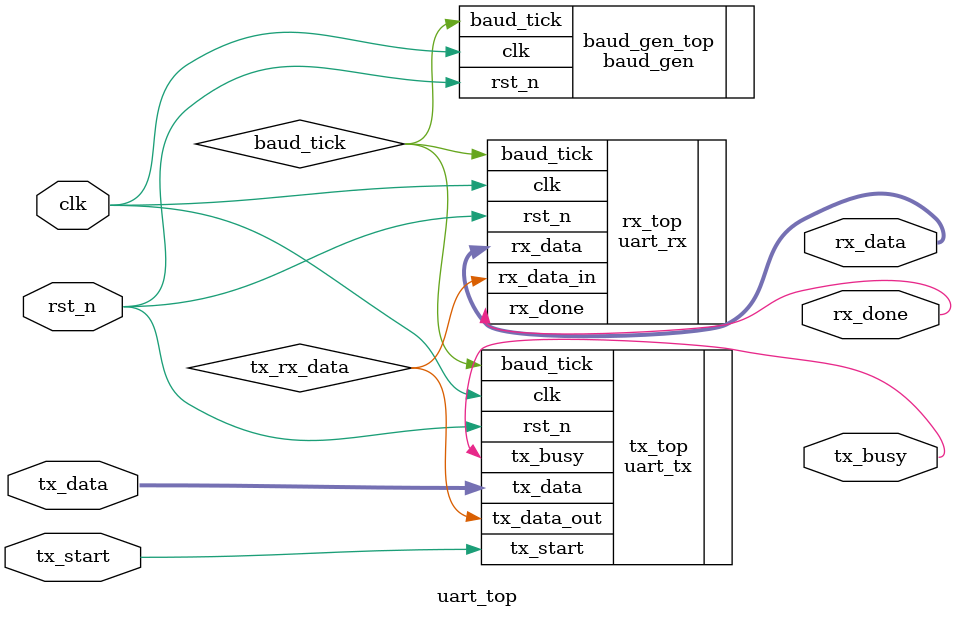
<source format=v>
module uart_top(
input clk,rst_n,tx_start,
	input[7:0]tx_data,
	output tx_busy,rx_done,
	output[7:0]rx_data);
wire tx_rx_data;
wire baud_tick;
baud_gen #(.clk_freq(50000000),.baud_rate(9600)) baud_gen_top (.clk(clk),.rst_n(rst_n),.baud_tick(baud_tick));

uart_tx #(.width(10)) tx_top(.clk(clk),.rst_n(rst_n),.baud_tick(baud_tick),.tx_start(tx_start),.tx_data(tx_data),.tx_data_out(tx_rx_data),.tx_busy(tx_busy));

uart_rx rx_top(.clk(clk),.rst_n(rst_n),.baud_tick(baud_tick),.rx_data_in(tx_rx_data),.rx_data(rx_data),.rx_done(rx_done));

endmodule

</source>
